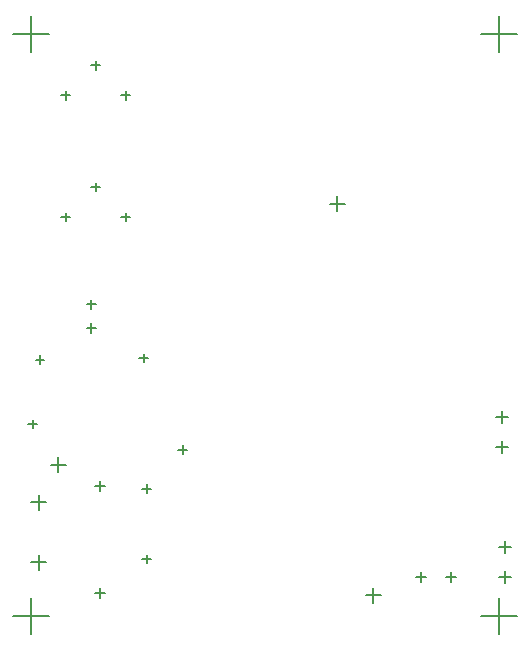
<source format=gbr>
%TF.GenerationSoftware,Altium Limited,Altium Designer,20.0.10 (225)*%
G04 Layer_Color=128*
%FSLAX26Y26*%
%MOIN*%
%TF.FileFunction,Drillmap*%
%TF.Part,Single*%
G01*
G75*
%TA.AperFunction,NonConductor*%
%ADD74C,0.005000*%
D74*
X4890945Y1110000D02*
X5009055D01*
X4950000Y1050945D02*
Y1169055D01*
X3330945Y1110000D02*
X3449055D01*
X3390000Y1050945D02*
Y1169055D01*
X4890945Y3050000D02*
X5009055D01*
X4950000Y2990945D02*
Y3109055D01*
X3330945Y3050000D02*
X3449055D01*
X3390000Y2990945D02*
Y3109055D01*
X4672283Y1240000D02*
X4707717D01*
X4690000Y1222284D02*
Y1257716D01*
X4772283Y1240000D02*
X4807717D01*
X4790000Y1222284D02*
Y1257716D01*
X3455000Y1615000D02*
X3505000D01*
X3480000Y1590000D02*
Y1640000D01*
X4505000Y1180000D02*
X4555000D01*
X4530000Y1155000D02*
Y1205000D01*
X4385000Y2485000D02*
X4435000D01*
X4410000Y2460000D02*
Y2510000D01*
X3390000Y1290000D02*
X3440000D01*
X3415000Y1265000D02*
Y1315000D01*
X3390000Y1490000D02*
X3440000D01*
X3415000Y1465000D02*
Y1515000D01*
X3603268Y1187835D02*
X3636732D01*
X3620000Y1171102D02*
Y1204567D01*
X3603268Y1542165D02*
X3636732D01*
X3620000Y1525433D02*
Y1558898D01*
X3574980Y2149370D02*
X3606476D01*
X3590728Y2133622D02*
Y2165118D01*
X3574980Y2070630D02*
X3606476D01*
X3590728Y2054882D02*
Y2086378D01*
X3490236Y2846378D02*
X3519764D01*
X3505000Y2831614D02*
Y2861142D01*
X3590236Y2946378D02*
X3619764D01*
X3605000Y2931614D02*
Y2961142D01*
X3690236Y2846378D02*
X3719764D01*
X3705000Y2831614D02*
Y2861142D01*
X3490236Y2440000D02*
X3519764D01*
X3505000Y2425236D02*
Y2454764D01*
X3590236Y2540000D02*
X3619764D01*
X3605000Y2525236D02*
Y2554764D01*
X3690236Y2440000D02*
X3719764D01*
X3705000Y2425236D02*
Y2454764D01*
X4950000Y1340000D02*
X4990000D01*
X4970000Y1320000D02*
Y1360000D01*
X4950000Y1240000D02*
X4990000D01*
X4970000Y1220000D02*
Y1260000D01*
X4940000Y1675000D02*
X4980000D01*
X4960000Y1655000D02*
Y1695000D01*
X4940000Y1775000D02*
X4980000D01*
X4960000Y1755000D02*
Y1795000D01*
X3406000Y1965000D02*
X3434000D01*
X3420000Y1951000D02*
Y1979000D01*
X3881000Y1665000D02*
X3909000D01*
X3895000Y1651000D02*
Y1679000D01*
X3751000Y1970000D02*
X3779000D01*
X3765000Y1956000D02*
Y1984000D01*
X3381000Y1750000D02*
X3409000D01*
X3395000Y1736000D02*
Y1764000D01*
X3761000Y1535000D02*
X3789000D01*
X3775000Y1521000D02*
Y1549000D01*
X3761000Y1300000D02*
X3789000D01*
X3775000Y1286000D02*
Y1314000D01*
%TF.MD5,a9695c36ef80d7c4a90c743fb1011024*%
M02*

</source>
